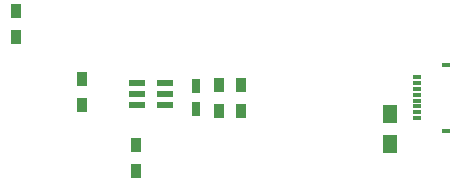
<source format=gbp>
G04 #@! TF.FileFunction,Paste,Bot*
%FSLAX46Y46*%
G04 Gerber Fmt 4.6, Leading zero omitted, Abs format (unit mm)*
G04 Created by KiCad (PCBNEW 4.0.4-stable) date 11/28/16 12:13:09*
%MOMM*%
%LPD*%
G01*
G04 APERTURE LIST*
%ADD10C,0.150000*%
%ADD11R,0.750000X1.200000*%
%ADD12R,1.250000X1.500000*%
%ADD13R,0.800000X0.300000*%
%ADD14R,0.900000X1.200000*%
%ADD15R,1.330000X0.560000*%
G04 APERTURE END LIST*
D10*
D11*
X138112500Y-109852500D03*
X138112500Y-107952500D03*
D12*
X154495500Y-110319500D03*
X154495500Y-112819500D03*
D13*
X156781500Y-107152500D03*
X156781500Y-107652500D03*
X156781500Y-108152500D03*
X156781500Y-108652500D03*
X156781500Y-109152500D03*
X156781500Y-109652500D03*
X156781500Y-110152500D03*
X156781500Y-110652500D03*
X159281500Y-106102500D03*
X159281500Y-111702500D03*
D14*
X140017500Y-110002500D03*
X140017500Y-107802500D03*
X141922500Y-110002500D03*
X141922500Y-107802500D03*
X133032500Y-115082500D03*
X133032500Y-112882500D03*
X122872500Y-101579500D03*
X122872500Y-103779500D03*
X128460500Y-109494500D03*
X128460500Y-107294500D03*
D15*
X133102500Y-109537500D03*
X133102500Y-108587500D03*
X133102500Y-107637500D03*
X135502500Y-107637500D03*
X135502500Y-108587500D03*
X135502500Y-109537500D03*
M02*

</source>
